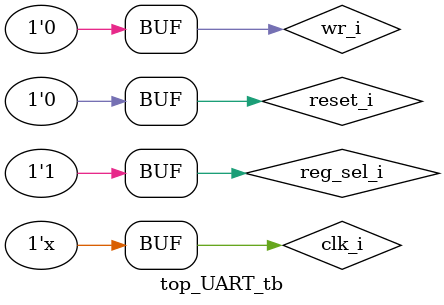
<source format=sv>
`timescale 1ns / 1ps

module top_UART_tb();
    logic clk_i;
    logic reset_i;
   // logic wr1_test;
    logic [7:0] instuart;
    logic rx;   
    logic reg_sel_i;
    logic [7:0] data_out;
    logic tx;
    logic [7:0] instruccion_test;
    //logic we1_i_test;
    logic wr_i;
    logic [7:0] data_test;
    logic [3:0] inst_uart;
    
    always #10 clk_i = !clk_i;
    
    top_UART dut(
        .clk_i(clk_i),
        .reset_i(reset_i),
       // .wr1_test(wr1_test),
        .data_in(instuart),
        .rx(rx),
        .reg_sel_i(reg_sel_i),
        .wr_i(wr_i),
        .data_out(data_out),
        .tx(tx),
        .instruccion_test(instruccion_test),
        .ins_uart(inst_uart)
       // .we1_i_test(we1_i_test),
    );
    
    initial begin
    clk_i = 1;
    reg_sel_i = 0;
   // we1_i_test = 0;
    reset_i = 0;
    //wr1_test = 0;
    wr_i = 0;
    #20;
    reset_i = 1;
    //data_in = 8'h55;
    #30;
    reset_i = 0;
   // wr1_test = 0;
   // we1_i_test = 0;
    reg_sel_i = 1;
   // wr1_test = 1;
    wr_i = 1;
    #90;
    wr_i = 1;
    reset_i = 0;
   // we1_i_test = 1;
    reg_sel_i = 0;
   // wr1_test = 0;
    #90
    reg_sel_i = 1;
    wr_i = 0;
    //wr1_test = 0;
    #900
    reg_sel_i = 0;
    //while (reset_i != 1) begin
       // rx = !tx;
       // #10;
   // end
    #10;
    wr_i = 0;
    reg_sel_i = 1;
    //wr1_test = 0;
    end
endmodule

</source>
